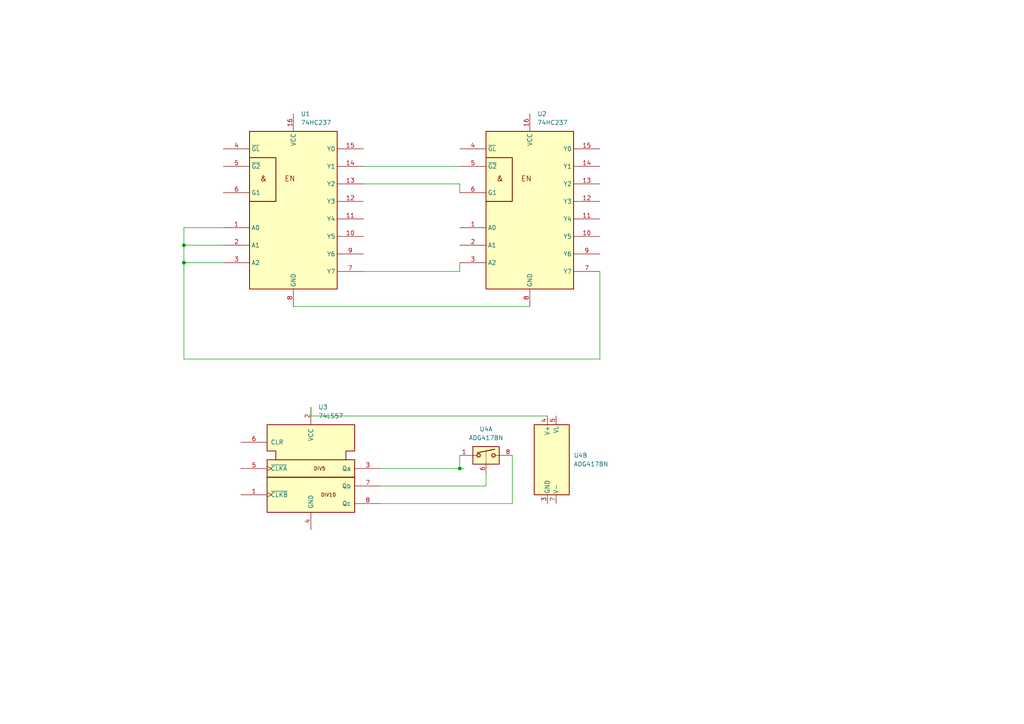
<source format=kicad_sch>
(kicad_sch (version 20250114) (generator "eeschema") (generator_version "9.0")
  (paper "A4")
  (lib_symbols
    (symbol "74xx_IEEE:74HC237"
      (property "Reference" "U" (at 7.62 17.78 0))
      (property "Value" "74HC237" (at 17.78 -33.02 0))
      (symbol "74HC237_0_0"
        (text "&" (at -8.636 1.524 0) (effects (font (size 1.524 1.524))))
        (text "EN" (at -1.016 1.524 0) (effects (font (size 1.524 1.524))))
        (pin power_in line (at 0 20.32 270) (length 5.08) (name "VCC") (number "16"))
      )
      (symbol "74HC237_0_1"
        (rectangle (start -12.7 15.24) (end 12.7 -30.48) (stroke (width 0.254)) (fill (type background)))
        (polyline (pts (xy -12.7 7.62) (xy -5.08 7.62) (xy -5.08 -5.08) (xy -12.7 -5.08) (xy -12.7 -5.08)) (stroke (width 0.254)) (fill (type background)))
        (pin power_in line (at 0 -35.56 90) (length 5.08) (name "GND") (number "8"))
      )
      (symbol "74HC237_1_1"
        (pin input line (at -20.32 10.16 0) (length 7.62) (name "~{GL}") (number "4"))
        (pin input line (at -20.32 5.08 0) (length 7.62) (name "~{G2}") (number "5"))
        (pin input line (at -20.32 -2.54 0) (length 7.62) (name "G1") (number "6"))
        (pin input line (at -20.32 -12.7 0) (length 7.62) (name "A0") (number "1"))
        (pin input line (at -20.32 -17.78 0) (length 7.62) (name "A1") (number "2"))
        (pin input line (at -20.32 -22.86 0) (length 7.62) (name "A2") (number "3"))
        (pin output line (at 20.32 10.16 180) (length 7.62) (name "Y0") (number "15"))
        (pin output line (at 20.32 5.08 180) (length 7.62) (name "Y1") (number "14"))
        (pin output line (at 20.32 0 180) (length 7.62) (name "Y2") (number "13"))
        (pin output line (at 20.32 -5.08 180) (length 7.62) (name "Y3") (number "12"))
        (pin output line (at 20.32 -10.16 180) (length 7.62) (name "Y4") (number "11"))
        (pin output line (at 20.32 -15.24 180) (length 7.62) (name "Y5") (number "10"))
        (pin output line (at 20.32 -20.32 180) (length 7.62) (name "Y6") (number "9"))
        (pin output line (at 20.32 -25.4 180) (length 7.62) (name "Y7") (number "7"))
      )
    )
    (symbol "74xx_IEEE:74LS57" (pin_names (offset 1.016))
      (property "Reference" "U" (at 7.62 6.35 0))
      (property "Value" "74LS57" (at 7.62 -7.62 0))
      (symbol "74LS57_0_0"
        (rectangle (start -12.7 2.54) (end 12.7 -2.54) (stroke (width 0.254)) (fill (type background)))
        (rectangle (start -12.7 -2.54) (end 12.7 -12.7) (stroke (width 0.254)) (fill (type background)))
        (polyline (pts (xy -10.16 2.54) (xy -10.16 5.08) (xy -12.7 5.08) (xy -12.7 12.7) (xy 12.7 12.7) (xy 12.7 5.08) (xy 10.16 5.08) (xy 10.16 2.54) (xy 10.16 2.54)) (stroke (width 0.254)) (fill (type background)))
        (text "DIV5" (at 2.54 0 0) (effects (font (size 1.016 1.016))))
        (text "DIV10" (at 5.08 -7.62 0) (effects (font (size 1.016 1.016))))
      )
      (symbol "74LS57_0_1"
        (pin power_in line (at 0 17.78 270) (length 5.08) (name "VCC") (number "2"))
        (pin power_in line (at 0 -17.78 90) (length 5.08) (name "GND") (number "4"))
      )
      (symbol "74LS57_1_1"
        (pin input line (at -20.32 7.62 0) (length 7.62) (name "CLR") (number "6"))
        (pin input clock (at -20.32 0 0) (length 7.62) (name "~{CLKA}") (number "5"))
        (pin input clock (at -20.32 -7.62 0) (length 7.62) (name "~{CLKB}") (number "1"))
        (pin output line (at 20.32 0 180) (length 7.62) (name "Qa") (number "3"))
        (pin output line (at 20.32 -5.08 180) (length 7.62) (name "Qb") (number "7"))
        (pin output line (at 20.32 -10.16 180) (length 7.62) (name "Qc") (number "8"))
      )
    )
    (symbol "Analog_Switch:ADG417BN" (pin_names (offset 0.254))
      (property "Reference" "U" (at -3.175 5.334 0))
      (property "Value" "ADG417BN" (at -3.175 3.556 0))
      (symbol "ADG417BN_1_1"
        (polyline (pts (xy -5.08 0) (xy -2.794 0)))
        (rectangle (start -3.81 2.54) (end 3.81 -2.54) (stroke (width 0.254)) (fill (type background)))
        (polyline (pts (xy -2.54 0.762) (xy 2.54 1.778)) (stroke (width 0.254)))
        (circle (center -2.159 0) (radius 0.508) (stroke (width 0.254)))
        (polyline (pts (xy 0 0.762) (xy 0 1.016)))
        (polyline (pts (xy 0 0.254) (xy 0 0.508)))
        (polyline (pts (xy 0 -0.254) (xy 0 0)))
        (polyline (pts (xy 0 -0.762) (xy 0 -0.508)))
        (polyline (pts (xy 0 -1.27) (xy 0 -1.016)))
        (polyline (pts (xy 0 -1.778) (xy 0 -1.524)))
        (polyline (pts (xy 0 -2.54) (xy 0 -2.032)))
        (circle (center 2.159 0) (radius 0.508) (stroke (width 0.254)))
        (polyline (pts (xy 5.08 0) (xy 2.794 0)))
        (pin passive line (at -7.62 0 0) (length 2.54) (name "~") (number "1"))
        (pin input line (at 0 -5.08 90) (length 2.54) (name "~") (number "6"))
        (pin passive line (at 7.62 0 180) (length 2.54) (name "~") (number "8"))
      )
      (symbol "ADG417BN_2_0"
        (pin no_connect line (at -2.54 10.16 270) (length 2.54) (hide yes) (name "NC") (number "2"))
        (pin power_in line (at 0 12.7 270) (length 2.54) (name "V+") (number "4"))
        (pin power_in line (at 0 -12.7 90) (length 2.54) (name "GND") (number "3"))
        (pin power_in line (at 2.54 12.7 270) (length 2.54) (name "VL") (number "5"))
        (pin power_in line (at 2.54 -12.7 90) (length 2.54) (name "V-") (number "7"))
      )
      (symbol "ADG417BN_2_1"
        (rectangle (start -3.81 10.16) (end 6.35 -10.16) (stroke (width 0.254)) (fill (type background)))
      )
    )
  )
  (junction (at 53.34 71.12))
  (junction (at 53.34 76.2))
  (junction (at 133.35 135.89))
  (wire (pts (xy 53.34 76.2) (xy 53.34 71.12)))
  (wire (pts (xy 105.41 53.34) (xy 133.35 53.34)))
  (wire (pts (xy 53.34 66.04) (xy 64.77 66.04)))
  (wire (pts (xy 133.35 78.74) (xy 133.35 76.2)))
  (wire (pts (xy 173.99 78.74) (xy 173.99 104.14)))
  (wire (pts (xy 133.35 53.34) (xy 133.35 55.88)))
  (wire (pts (xy 105.41 78.74) (xy 133.35 78.74)))
  (wire (pts (xy 173.99 104.14) (xy 53.34 104.14)))
  (wire (pts (xy 105.41 48.26) (xy 133.35 48.26)))
  (wire (pts (xy 133.35 135.89) (xy 133.35 132.08)))
  (wire (pts (xy 140.97 140.97) (xy 140.97 137.16)))
  (wire (pts (xy 110.49 146.05) (xy 148.59 146.05)))
  (wire (pts (xy 158.75 120.65) (xy 90.17 120.65)))
  (wire (pts (xy 133.35 135.89) (xy 134.62 135.89)))
  (wire (pts (xy 53.34 76.2) (xy 64.77 76.2)))
  (wire (pts (xy 110.49 140.97) (xy 140.97 140.97)))
  (wire (pts (xy 148.59 146.05) (xy 148.59 132.08)))
  (wire (pts (xy 90.17 120.65) (xy 90.17 118.11)))
  (wire (pts (xy 110.49 135.89) (xy 133.35 135.89)))
  (wire (pts (xy 53.34 71.12) (xy 53.34 66.04)))
  (wire (pts (xy 53.34 104.14) (xy 53.34 76.2)))
  (wire (pts (xy 53.34 71.12) (xy 64.77 71.12)))
  (wire (pts (xy 85.09 88.9) (xy 153.67 88.9)))
  (symbol (lib_id "74xx_IEEE:74HC237") (at 153.67 53.34 0) (unit 1)
    (property "Reference" "U2" (at 155.8133 33.02 0) (effects (justify left)))
    (property "Value" "74HC237" (at 155.8133 35.56 0) (effects (justify left)))
  )
  (symbol (lib_id "Analog_Switch:ADG417BN") (at 158.75 133.35 0) (unit 2)
    (property "Reference" "U4" (at 166.37 132.0799 0) (effects (justify left)))
    (property "Value" "ADG417BN" (at 166.37 134.6199 0) (effects (justify left)))
    (property "Footprint" "Package_DIP:DIP-8_W7.62mm" (effects (hide yes)))
    (property "Datasheet" "https://www.analog.com/media/en/technical-documentation/data-sheets/ADG417.pdf" (effects (hide yes)))
    (property "Description" "Single SPST Monolithic LC²MOS Analog Switch, normally OFF, 25Ohm Ron, DIP-8" (effects (hide yes)))
  )
  (symbol (lib_id "Analog_Switch:ADG417BN") (at 140.97 132.08 0) (unit 1)
    (property "Reference" "U4" (at 140.97 124.46 0))
    (property "Value" "ADG417BN" (at 140.97 127 0))
    (property "Footprint" "Package_DIP:DIP-8_W7.62mm" (effects (hide yes)))
    (property "Datasheet" "https://www.analog.com/media/en/technical-documentation/data-sheets/ADG417.pdf" (effects (hide yes)))
    (property "Description" "Single SPST Monolithic LC²MOS Analog Switch, normally OFF, 25Ohm Ron, DIP-8" (effects (hide yes)))
  )
  (symbol (lib_id "74xx_IEEE:74LS57") (at 90.17 135.89 0) (unit 1)
    (property "Reference" "U3" (at 92.3133 118.11 0) (effects (justify left)))
    (property "Value" "74LS57" (at 92.3133 120.65 0) (effects (justify left)))
  )
  (symbol (lib_id "74xx_IEEE:74HC237") (at 85.09 53.34 0) (unit 1)
    (property "Reference" "U1" (at 87.2333 33.02 0) (effects (justify left)))
    (property "Value" "74HC237" (at 87.2333 35.56 0) (effects (justify left)))
  )
)
</source>
